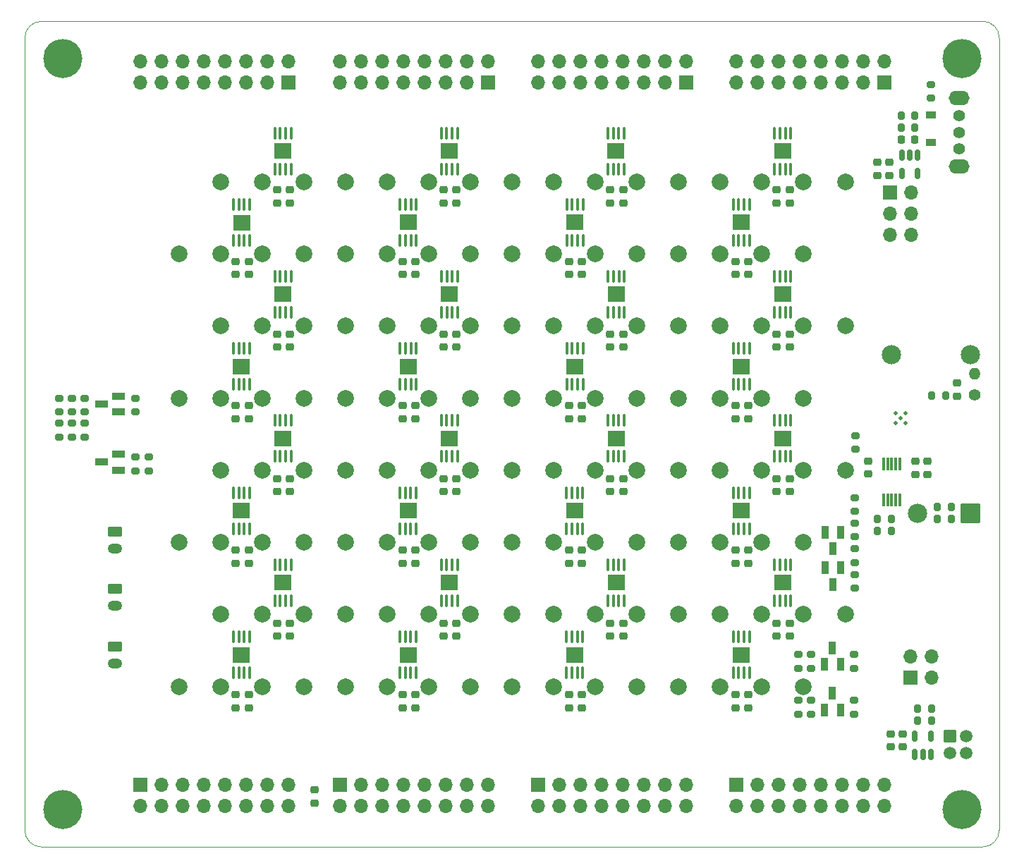
<source format=gts>
G04 #@! TF.GenerationSoftware,KiCad,Pcbnew,(6.0.11)*
G04 #@! TF.CreationDate,2024-04-02T21:51:25-04:00*
G04 #@! TF.ProjectId,Ultrasonic Sound Steering - Driver Rev. C,556c7472-6173-46f6-9e69-6320536f756e,rev?*
G04 #@! TF.SameCoordinates,Original*
G04 #@! TF.FileFunction,Soldermask,Top*
G04 #@! TF.FilePolarity,Negative*
%FSLAX46Y46*%
G04 Gerber Fmt 4.6, Leading zero omitted, Abs format (unit mm)*
G04 Created by KiCad (PCBNEW (6.0.11)) date 2024-04-02 21:51:25*
%MOMM*%
%LPD*%
G01*
G04 APERTURE LIST*
G04 Aperture macros list*
%AMRoundRect*
0 Rectangle with rounded corners*
0 $1 Rounding radius*
0 $2 $3 $4 $5 $6 $7 $8 $9 X,Y pos of 4 corners*
0 Add a 4 corners polygon primitive as box body*
4,1,4,$2,$3,$4,$5,$6,$7,$8,$9,$2,$3,0*
0 Add four circle primitives for the rounded corners*
1,1,$1+$1,$2,$3*
1,1,$1+$1,$4,$5*
1,1,$1+$1,$6,$7*
1,1,$1+$1,$8,$9*
0 Add four rect primitives between the rounded corners*
20,1,$1+$1,$2,$3,$4,$5,0*
20,1,$1+$1,$4,$5,$6,$7,0*
20,1,$1+$1,$6,$7,$8,$9,0*
20,1,$1+$1,$8,$9,$2,$3,0*%
G04 Aperture macros list end*
G04 #@! TA.AperFunction,Profile*
%ADD10C,0.100000*%
G04 #@! TD*
%ADD11RoundRect,0.100000X-0.100000X0.625000X-0.100000X-0.625000X0.100000X-0.625000X0.100000X0.625000X0*%
%ADD12R,2.150000X1.950000*%
%ADD13RoundRect,0.225000X-0.250000X0.225000X-0.250000X-0.225000X0.250000X-0.225000X0.250000X0.225000X0*%
%ADD14RoundRect,0.225000X0.250000X-0.225000X0.250000X0.225000X-0.250000X0.225000X-0.250000X-0.225000X0*%
%ADD15R,1.700000X1.700000*%
%ADD16O,1.700000X1.700000*%
%ADD17RoundRect,0.200000X0.200000X0.275000X-0.200000X0.275000X-0.200000X-0.275000X0.200000X-0.275000X0*%
%ADD18RoundRect,0.200000X-0.275000X0.200000X-0.275000X-0.200000X0.275000X-0.200000X0.275000X0.200000X0*%
%ADD19R,1.600200X0.863600*%
%ADD20RoundRect,0.200000X0.275000X-0.200000X0.275000X0.200000X-0.275000X0.200000X-0.275000X-0.200000X0*%
%ADD21R,0.863600X1.600200*%
%ADD22C,4.700000*%
%ADD23RoundRect,0.250000X-0.625000X0.350000X-0.625000X-0.350000X0.625000X-0.350000X0.625000X0.350000X0*%
%ADD24O,1.750000X1.200000*%
%ADD25RoundRect,0.200000X-0.200000X-0.275000X0.200000X-0.275000X0.200000X0.275000X-0.200000X0.275000X0*%
%ADD26C,1.400000*%
%ADD27O,2.500000X1.724000*%
%ADD28R,1.200000X0.900000*%
%ADD29RoundRect,0.150000X0.150000X-0.512500X0.150000X0.512500X-0.150000X0.512500X-0.150000X-0.512500X0*%
%ADD30RoundRect,0.150000X-0.150000X0.512500X-0.150000X-0.512500X0.150000X-0.512500X0.150000X0.512500X0*%
%ADD31R,0.330200X1.524000*%
%ADD32RoundRect,0.225000X0.225000X0.250000X-0.225000X0.250000X-0.225000X-0.250000X0.225000X-0.250000X0*%
%ADD33C,2.004000*%
%ADD34RoundRect,0.102000X-0.654000X0.654000X-0.654000X-0.654000X0.654000X-0.654000X0.654000X0.654000X0*%
%ADD35C,1.512000*%
%ADD36RoundRect,0.102000X1.050000X-1.050000X1.050000X1.050000X-1.050000X1.050000X-1.050000X-1.050000X0*%
%ADD37C,2.304000*%
%ADD38C,0.499999*%
%ADD39O,1.400000X1.400000*%
G04 APERTURE END LIST*
D10*
X312719114Y-47450000D02*
X312714900Y-142595786D01*
X312719100Y-47450000D02*
G75*
G03*
X310719114Y-45450000I-2000000J0D01*
G01*
X195723314Y-142595786D02*
G75*
G03*
X197723328Y-144595786I1999986J-14D01*
G01*
X195723328Y-142595786D02*
X195723328Y-47454213D01*
X197723328Y-45454213D02*
X310719114Y-45450000D01*
X310714900Y-144595786D02*
X197723328Y-144595786D01*
X310714900Y-144595800D02*
G75*
G03*
X312714900Y-142595786I0J2000000D01*
G01*
X197723328Y-45454228D02*
G75*
G03*
X195723328Y-47454213I-28J-1999972D01*
G01*
D11*
X287675000Y-58900000D03*
X287025000Y-58900000D03*
X286375000Y-58900000D03*
X285725000Y-58900000D03*
X285725000Y-63200000D03*
X286375000Y-63200000D03*
X287025000Y-63200000D03*
X287675000Y-63200000D03*
D12*
X286700000Y-61050000D03*
D13*
X221050000Y-74275000D03*
X221050000Y-75825000D03*
X282600000Y-126325000D03*
X282600000Y-127875000D03*
D14*
X302620000Y-99845000D03*
X302620000Y-98295000D03*
D13*
X222600000Y-91625000D03*
X222600000Y-93175000D03*
D15*
X302090000Y-124255000D03*
D16*
X302090000Y-121715000D03*
X304630000Y-124255000D03*
X304630000Y-121715000D03*
D17*
X304570000Y-129455000D03*
X302920000Y-129455000D03*
D13*
X262600000Y-126325000D03*
X262600000Y-127875000D03*
D18*
X295330000Y-111880000D03*
X295330000Y-113530000D03*
D13*
X286000000Y-65700000D03*
X286000000Y-67250000D03*
X227550000Y-100400000D03*
X227550000Y-101950000D03*
D19*
X206954834Y-99350000D03*
X206954834Y-97449998D03*
X204943834Y-98399999D03*
D13*
X281050000Y-74275000D03*
X281050000Y-75825000D03*
X242600000Y-108975000D03*
X242600000Y-110525000D03*
D11*
X262712020Y-102074487D03*
X262062020Y-102074487D03*
X261412020Y-102074487D03*
X260762020Y-102074487D03*
X260762020Y-106374487D03*
X261412020Y-106374487D03*
X262062020Y-106374487D03*
X262712020Y-106374487D03*
D12*
X261737020Y-104224487D03*
D13*
X247550000Y-100400000D03*
X247550000Y-101950000D03*
D19*
X206955250Y-92350252D03*
X206955250Y-90450250D03*
X204944250Y-91400251D03*
D17*
X306255000Y-90410000D03*
X304605000Y-90410000D03*
D20*
X290090000Y-128650000D03*
X290090000Y-127000000D03*
D13*
X262600000Y-91625000D03*
X262600000Y-93175000D03*
X267550000Y-83050000D03*
X267550000Y-84600000D03*
X282600000Y-91625000D03*
X282600000Y-93175000D03*
D11*
X247677020Y-93391028D03*
X247027020Y-93391028D03*
X246377020Y-93391028D03*
X245727020Y-93391028D03*
X245727020Y-97691028D03*
X246377020Y-97691028D03*
X247027020Y-97691028D03*
X247677020Y-97691028D03*
D12*
X246702020Y-95541028D03*
D11*
X242712020Y-119394995D03*
X242062020Y-119394995D03*
X241412020Y-119394995D03*
X240762020Y-119394995D03*
X240762020Y-123694995D03*
X241412020Y-123694995D03*
X242062020Y-123694995D03*
X242712020Y-123694995D03*
D12*
X241737020Y-121544995D03*
D21*
X291740000Y-122695500D03*
X293640002Y-122695500D03*
X292690001Y-120684500D03*
D14*
X307640000Y-90445000D03*
X307640000Y-88895000D03*
D22*
X200250114Y-140100000D03*
D18*
X202932832Y-90713004D03*
X202932832Y-92363004D03*
D14*
X299550000Y-63965000D03*
X299550000Y-62415000D03*
D21*
X293680001Y-106796000D03*
X291779999Y-106796000D03*
X292730000Y-108807000D03*
D13*
X296975000Y-98275000D03*
X296975000Y-99825000D03*
X226000000Y-83050000D03*
X226000000Y-84600000D03*
X287550000Y-83050000D03*
X287550000Y-84600000D03*
D11*
X242730000Y-67449459D03*
X242080000Y-67449459D03*
X241430000Y-67449459D03*
X240780000Y-67449459D03*
X240780000Y-71749459D03*
X241430000Y-71749459D03*
X242080000Y-71749459D03*
X242730000Y-71749459D03*
D12*
X241755000Y-69599459D03*
D13*
X299650000Y-131055000D03*
X299650000Y-132605000D03*
D11*
X262712020Y-119394995D03*
X262062020Y-119394995D03*
X261412020Y-119394995D03*
X260762020Y-119394995D03*
X260762020Y-123694995D03*
X261412020Y-123694995D03*
X262062020Y-123694995D03*
X262712020Y-123694995D03*
D12*
X261737020Y-121544995D03*
D13*
X226000000Y-65700000D03*
X226000000Y-67250000D03*
X222600000Y-108975000D03*
X222600000Y-110525000D03*
X226000000Y-117750000D03*
X226000000Y-119300000D03*
X221050000Y-126325000D03*
X221050000Y-127875000D03*
X261050000Y-91625000D03*
X261050000Y-93175000D03*
D23*
X206560000Y-113635000D03*
D24*
X206560000Y-115635000D03*
D13*
X241050000Y-126325000D03*
X241050000Y-127875000D03*
D25*
X298085000Y-105210000D03*
X299735000Y-105210000D03*
D13*
X266000000Y-117750000D03*
X266000000Y-119300000D03*
D18*
X304480000Y-53030000D03*
X304480000Y-54680000D03*
D13*
X286000000Y-83050000D03*
X286000000Y-84600000D03*
D26*
X307920000Y-56790000D03*
X307920000Y-58790000D03*
X307920000Y-60790000D03*
D27*
X307920000Y-62890000D03*
X307920000Y-54690000D03*
D22*
X308250089Y-49950000D03*
D15*
X227405000Y-52840000D03*
D16*
X227405000Y-50300000D03*
X224865000Y-52840000D03*
X224865000Y-50300000D03*
X222325000Y-52840000D03*
X222325000Y-50300000D03*
X219785000Y-52840000D03*
X219785000Y-50300000D03*
X217245000Y-52840000D03*
X217245000Y-50300000D03*
X214705000Y-52840000D03*
X214705000Y-50300000D03*
X212165000Y-52840000D03*
X212165000Y-50300000D03*
X209625000Y-52840000D03*
X209625000Y-50300000D03*
D20*
X208999750Y-92375251D03*
X208999750Y-90725251D03*
D11*
X247675000Y-58900000D03*
X247025000Y-58900000D03*
X246375000Y-58900000D03*
X245725000Y-58900000D03*
X245725000Y-63200000D03*
X246375000Y-63200000D03*
X247025000Y-63200000D03*
X247675000Y-63200000D03*
D12*
X246700000Y-61050000D03*
D15*
X299590000Y-66000000D03*
D16*
X302130000Y-66000000D03*
X299590000Y-68540000D03*
X302130000Y-68540000D03*
X299590000Y-71080000D03*
X302130000Y-71080000D03*
D13*
X261050000Y-108975000D03*
X261050000Y-110525000D03*
D23*
X206560000Y-120540000D03*
D24*
X206560000Y-122540000D03*
D11*
X267675000Y-58900000D03*
X267025000Y-58900000D03*
X266375000Y-58900000D03*
X265725000Y-58900000D03*
X265725000Y-63200000D03*
X266375000Y-63200000D03*
X267025000Y-63200000D03*
X267675000Y-63200000D03*
D12*
X266700000Y-61050000D03*
D13*
X266000000Y-65700000D03*
X266000000Y-67250000D03*
X281050000Y-108975000D03*
X281050000Y-110525000D03*
D11*
X282730000Y-84756508D03*
X282080000Y-84756508D03*
X281430000Y-84756508D03*
X280780000Y-84756508D03*
X280780000Y-89056508D03*
X281430000Y-89056508D03*
X282080000Y-89056508D03*
X282730000Y-89056508D03*
D12*
X281755000Y-86906508D03*
D13*
X246000000Y-65700000D03*
X246000000Y-67250000D03*
D11*
X247693274Y-76070681D03*
X247043274Y-76070681D03*
X246393274Y-76070681D03*
X245743274Y-76070681D03*
X245743274Y-80370681D03*
X246393274Y-80370681D03*
X247043274Y-80370681D03*
X247693274Y-80370681D03*
D12*
X246718274Y-78220681D03*
D13*
X261050000Y-74275000D03*
X261050000Y-75825000D03*
X287550000Y-100400000D03*
X287550000Y-101950000D03*
D15*
X298905000Y-52840000D03*
D16*
X298905000Y-50300000D03*
X296365000Y-52840000D03*
X296365000Y-50300000D03*
X293825000Y-52840000D03*
X293825000Y-50300000D03*
X291285000Y-52840000D03*
X291285000Y-50300000D03*
X288745000Y-52840000D03*
X288745000Y-50300000D03*
X286205000Y-52840000D03*
X286205000Y-50300000D03*
X283665000Y-52840000D03*
X283665000Y-50300000D03*
X281125000Y-52840000D03*
X281125000Y-50300000D03*
D11*
X247677020Y-110711536D03*
X247027020Y-110711536D03*
X246377020Y-110711536D03*
X245727020Y-110711536D03*
X245727020Y-115011536D03*
X246377020Y-115011536D03*
X247027020Y-115011536D03*
X247677020Y-115011536D03*
D12*
X246702020Y-112861536D03*
D13*
X266000000Y-100400000D03*
X266000000Y-101950000D03*
D18*
X199880000Y-93730000D03*
X199880000Y-95380000D03*
D15*
X233517500Y-137160000D03*
D16*
X233517500Y-139700000D03*
X236057500Y-137160000D03*
X236057500Y-139700000D03*
X238597500Y-137160000D03*
X238597500Y-139700000D03*
X241137500Y-137160000D03*
X241137500Y-139700000D03*
X243677500Y-137160000D03*
X243677500Y-139700000D03*
X246217500Y-137160000D03*
X246217500Y-139700000D03*
X248757500Y-137160000D03*
X248757500Y-139700000D03*
X251297500Y-137160000D03*
X251297500Y-139700000D03*
D13*
X301110000Y-131055000D03*
X301110000Y-132605000D03*
D28*
X304512500Y-60007500D03*
X304512500Y-56707500D03*
D14*
X304080000Y-99845000D03*
X304080000Y-98295000D03*
D13*
X242600000Y-74275000D03*
X242600000Y-75825000D03*
D11*
X242712020Y-102074487D03*
X242062020Y-102074487D03*
X241412020Y-102074487D03*
X240762020Y-102074487D03*
X240762020Y-106374487D03*
X241412020Y-106374487D03*
X242062020Y-106374487D03*
X242712020Y-106374487D03*
D12*
X241737020Y-104224487D03*
D15*
X281125000Y-137160000D03*
D16*
X281125000Y-139700000D03*
X283665000Y-137160000D03*
X283665000Y-139700000D03*
X286205000Y-137160000D03*
X286205000Y-139700000D03*
X288745000Y-137160000D03*
X288745000Y-139700000D03*
X291285000Y-137160000D03*
X291285000Y-139700000D03*
X293825000Y-137160000D03*
X293825000Y-139700000D03*
X296365000Y-137160000D03*
X296365000Y-139700000D03*
X298905000Y-137160000D03*
X298905000Y-139700000D03*
D11*
X267677020Y-110711536D03*
X267027020Y-110711536D03*
X266377020Y-110711536D03*
X265727020Y-110711536D03*
X265727020Y-115011536D03*
X266377020Y-115011536D03*
X267027020Y-115011536D03*
X267677020Y-115011536D03*
D12*
X266702020Y-112861536D03*
D13*
X267550000Y-100400000D03*
X267550000Y-101950000D03*
D18*
X201410000Y-93725000D03*
X201410000Y-95375000D03*
D25*
X300937500Y-56757500D03*
X302587500Y-56757500D03*
D13*
X221050000Y-91625000D03*
X221050000Y-93175000D03*
D14*
X230470000Y-139305000D03*
X230470000Y-137755000D03*
D11*
X222712020Y-84753979D03*
X222062020Y-84753979D03*
X221412020Y-84753979D03*
X220762020Y-84753979D03*
X220762020Y-89053979D03*
X221412020Y-89053979D03*
X222062020Y-89053979D03*
X222712020Y-89053979D03*
D12*
X221737020Y-86903979D03*
D20*
X295280000Y-128640000D03*
X295280000Y-126990000D03*
D18*
X288630000Y-121490500D03*
X288630000Y-123140500D03*
D13*
X227550000Y-65700000D03*
X227550000Y-67250000D03*
D20*
X290090000Y-123140500D03*
X290090000Y-121490500D03*
D13*
X242600000Y-91625000D03*
X242600000Y-93175000D03*
X261050000Y-126325000D03*
X261050000Y-127875000D03*
D29*
X302590000Y-133537500D03*
X303540000Y-133537500D03*
X304490000Y-133537500D03*
X304490000Y-131262500D03*
X302590000Y-131262500D03*
D11*
X267677020Y-93391028D03*
X267027020Y-93391028D03*
X266377020Y-93391028D03*
X265727020Y-93391028D03*
X265727020Y-97691028D03*
X266377020Y-97691028D03*
X267027020Y-97691028D03*
X267677020Y-97691028D03*
D12*
X266702020Y-95541028D03*
D11*
X287677020Y-93391028D03*
X287027020Y-93391028D03*
X286377020Y-93391028D03*
X285727020Y-93391028D03*
X285727020Y-97691028D03*
X286377020Y-97691028D03*
X287027020Y-97691028D03*
X287677020Y-97691028D03*
D12*
X286702020Y-95541028D03*
D11*
X227677020Y-110711536D03*
X227027020Y-110711536D03*
X226377020Y-110711536D03*
X225727020Y-110711536D03*
X225727020Y-115011536D03*
X226377020Y-115011536D03*
X227027020Y-115011536D03*
X227677020Y-115011536D03*
D12*
X226702020Y-112861536D03*
D18*
X210577750Y-97774999D03*
X210577750Y-99424999D03*
X201410000Y-90705000D03*
X201410000Y-92355000D03*
D11*
X222730000Y-67466000D03*
X222080000Y-67466000D03*
X221430000Y-67466000D03*
X220780000Y-67466000D03*
X220780000Y-71766000D03*
X221430000Y-71766000D03*
X222080000Y-71766000D03*
X222730000Y-71766000D03*
D12*
X221755000Y-69616000D03*
D13*
X286000000Y-100400000D03*
X286000000Y-101950000D03*
D25*
X300940000Y-58217500D03*
X302590000Y-58217500D03*
D30*
X302917500Y-61487500D03*
X301967500Y-61487500D03*
X301017500Y-61487500D03*
X301017500Y-63762500D03*
X302917500Y-63762500D03*
D21*
X293680001Y-111074500D03*
X291779999Y-111074500D03*
X292730000Y-113085500D03*
D13*
X262600000Y-74275000D03*
X262600000Y-75825000D03*
D11*
X287695000Y-76073049D03*
X287045000Y-76073049D03*
X286395000Y-76073049D03*
X285745000Y-76073049D03*
X285745000Y-80373049D03*
X286395000Y-80373049D03*
X287045000Y-80373049D03*
X287695000Y-80373049D03*
D12*
X286720000Y-78223049D03*
D13*
X222600000Y-74275000D03*
X222600000Y-75825000D03*
D11*
X227677020Y-76070520D03*
X227027020Y-76070520D03*
X226377020Y-76070520D03*
X225727020Y-76070520D03*
X225727020Y-80370520D03*
X226377020Y-80370520D03*
X227027020Y-80370520D03*
X227677020Y-80370520D03*
D12*
X226702020Y-78220520D03*
D13*
X267550000Y-65700000D03*
X267550000Y-67250000D03*
X227550000Y-117750000D03*
X227550000Y-119300000D03*
X281050000Y-91625000D03*
X281050000Y-93175000D03*
D11*
X262728274Y-84754140D03*
X262078274Y-84754140D03*
X261428274Y-84754140D03*
X260778274Y-84754140D03*
X260778274Y-89054140D03*
X261428274Y-89054140D03*
X262078274Y-89054140D03*
X262728274Y-89054140D03*
D12*
X261753274Y-86904140D03*
D11*
X282730000Y-67449459D03*
X282080000Y-67449459D03*
X281430000Y-67449459D03*
X280780000Y-67449459D03*
X280780000Y-71749459D03*
X281430000Y-71749459D03*
X282080000Y-71749459D03*
X282730000Y-71749459D03*
D12*
X281755000Y-69599459D03*
D13*
X227550000Y-83050000D03*
X227550000Y-84600000D03*
D20*
X295330000Y-110426500D03*
X295330000Y-108776500D03*
D11*
X222712020Y-119394995D03*
X222062020Y-119394995D03*
X221412020Y-119394995D03*
X220762020Y-119394995D03*
X220762020Y-123694995D03*
X221412020Y-123694995D03*
X222062020Y-123694995D03*
X222712020Y-123694995D03*
D12*
X221737020Y-121544995D03*
D13*
X282600000Y-108975000D03*
X282600000Y-110525000D03*
D18*
X288620000Y-127000000D03*
X288620000Y-128650000D03*
D13*
X281050000Y-126325000D03*
X281050000Y-127875000D03*
X287550000Y-65700000D03*
X287550000Y-67250000D03*
D31*
X300800001Y-98628300D03*
X300299999Y-98628300D03*
X299800000Y-98628300D03*
X299300001Y-98628300D03*
X298799999Y-98628300D03*
X298799999Y-102971700D03*
X299300001Y-102971700D03*
X299800000Y-102971700D03*
X300299999Y-102971700D03*
X300800001Y-102971700D03*
D13*
X247550000Y-65700000D03*
X247550000Y-67250000D03*
D11*
X287677020Y-110711536D03*
X287027020Y-110711536D03*
X286377020Y-110711536D03*
X285727020Y-110711536D03*
X285727020Y-115011536D03*
X286377020Y-115011536D03*
X287027020Y-115011536D03*
X287677020Y-115011536D03*
D12*
X286702020Y-112861536D03*
D13*
X266000000Y-83050000D03*
X266000000Y-84600000D03*
D14*
X298090000Y-63965000D03*
X298090000Y-62415000D03*
D11*
X227675000Y-58900000D03*
X227025000Y-58900000D03*
X226375000Y-58900000D03*
X225725000Y-58900000D03*
X225725000Y-63200000D03*
X226375000Y-63200000D03*
X227025000Y-63200000D03*
X227675000Y-63200000D03*
D12*
X226700000Y-61050000D03*
D13*
X246000000Y-117750000D03*
X246000000Y-119300000D03*
D17*
X306935000Y-103752000D03*
X305285000Y-103752000D03*
D18*
X295330000Y-102645000D03*
X295330000Y-104295000D03*
X295460000Y-95210000D03*
X295460000Y-96860000D03*
D13*
X221050000Y-108975000D03*
X221050000Y-110525000D03*
X241050000Y-108975000D03*
X241050000Y-110525000D03*
X247550000Y-117750000D03*
X247550000Y-119300000D03*
D22*
X308250072Y-140100000D03*
D15*
X251297500Y-52840000D03*
D16*
X251297500Y-50300000D03*
X248757500Y-52840000D03*
X248757500Y-50300000D03*
X246217500Y-52840000D03*
X246217500Y-50300000D03*
X243677500Y-52840000D03*
X243677500Y-50300000D03*
X241137500Y-52840000D03*
X241137500Y-50300000D03*
X238597500Y-52840000D03*
X238597500Y-50300000D03*
X236057500Y-52840000D03*
X236057500Y-50300000D03*
X233517500Y-52840000D03*
X233517500Y-50300000D03*
D13*
X262600000Y-108975000D03*
X262600000Y-110525000D03*
X241050000Y-91625000D03*
X241050000Y-93175000D03*
D11*
X227677020Y-93391028D03*
X227027020Y-93391028D03*
X226377020Y-93391028D03*
X225727020Y-93391028D03*
X225727020Y-97691028D03*
X226377020Y-97691028D03*
X227027020Y-97691028D03*
X227677020Y-97691028D03*
D12*
X226702020Y-95541028D03*
D21*
X291729999Y-128180500D03*
X293630001Y-128180500D03*
X292680000Y-126169500D03*
D22*
X200250077Y-49950000D03*
D13*
X246000000Y-100400000D03*
X246000000Y-101950000D03*
X282600000Y-74275000D03*
X282600000Y-75825000D03*
D18*
X208972250Y-97774999D03*
X208972250Y-99424999D03*
D20*
X199882832Y-92363004D03*
X199882832Y-90713004D03*
D11*
X282712020Y-119394995D03*
X282062020Y-119394995D03*
X281412020Y-119394995D03*
X280762020Y-119394995D03*
X280762020Y-123694995D03*
X281412020Y-123694995D03*
X282062020Y-123694995D03*
X282712020Y-123694995D03*
D12*
X281737020Y-121544995D03*
D17*
X306935000Y-105209500D03*
X305285000Y-105209500D03*
D15*
X275120000Y-52840000D03*
D16*
X275120000Y-50300000D03*
X272580000Y-52840000D03*
X272580000Y-50300000D03*
X270040000Y-52840000D03*
X270040000Y-50300000D03*
X267500000Y-52840000D03*
X267500000Y-50300000D03*
X264960000Y-52840000D03*
X264960000Y-50300000D03*
X262420000Y-52840000D03*
X262420000Y-50300000D03*
X259880000Y-52840000D03*
X259880000Y-50300000D03*
X257340000Y-52840000D03*
X257340000Y-50300000D03*
D13*
X241050000Y-74275000D03*
X241050000Y-75825000D03*
X286000000Y-117750000D03*
X286000000Y-119300000D03*
D15*
X209625000Y-137160000D03*
D16*
X209625000Y-139700000D03*
X212165000Y-137160000D03*
X212165000Y-139700000D03*
X214705000Y-137160000D03*
X214705000Y-139700000D03*
X217245000Y-137160000D03*
X217245000Y-139700000D03*
X219785000Y-137160000D03*
X219785000Y-139700000D03*
X222325000Y-137160000D03*
X222325000Y-139700000D03*
X224865000Y-137160000D03*
X224865000Y-139700000D03*
X227405000Y-137160000D03*
X227405000Y-139700000D03*
D25*
X298085000Y-106670000D03*
X299735000Y-106670000D03*
D13*
X287550000Y-117750000D03*
X287550000Y-119300000D03*
D15*
X257340000Y-137160000D03*
D16*
X257340000Y-139700000D03*
X259880000Y-137160000D03*
X259880000Y-139700000D03*
X262420000Y-137160000D03*
X262420000Y-139700000D03*
X264960000Y-137160000D03*
X264960000Y-139700000D03*
X267500000Y-137160000D03*
X267500000Y-139700000D03*
X270040000Y-137160000D03*
X270040000Y-139700000D03*
X272580000Y-137160000D03*
X272580000Y-139700000D03*
X275120000Y-137160000D03*
X275120000Y-139700000D03*
D13*
X246000000Y-83050000D03*
X246000000Y-84600000D03*
D18*
X202940000Y-93735000D03*
X202940000Y-95385000D03*
D11*
X242728274Y-84754140D03*
X242078274Y-84754140D03*
X241428274Y-84754140D03*
X240778274Y-84754140D03*
X240778274Y-89054140D03*
X241428274Y-89054140D03*
X242078274Y-89054140D03*
X242728274Y-89054140D03*
D12*
X241753274Y-86904140D03*
D11*
X222712020Y-102074487D03*
X222062020Y-102074487D03*
X221412020Y-102074487D03*
X220762020Y-102074487D03*
X220762020Y-106374487D03*
X221412020Y-106374487D03*
X222062020Y-106374487D03*
X222712020Y-106374487D03*
D12*
X221737020Y-104224487D03*
D23*
X206560000Y-106735000D03*
D24*
X206560000Y-108735000D03*
D11*
X262730000Y-67449459D03*
X262080000Y-67449459D03*
X261430000Y-67449459D03*
X260780000Y-67449459D03*
X260780000Y-71749459D03*
X261430000Y-71749459D03*
X262080000Y-71749459D03*
X262730000Y-71749459D03*
D12*
X261755000Y-69599459D03*
D13*
X242600000Y-126325000D03*
X242600000Y-127875000D03*
D11*
X267693274Y-76070681D03*
X267043274Y-76070681D03*
X266393274Y-76070681D03*
X265743274Y-76070681D03*
X265743274Y-80370681D03*
X266393274Y-80370681D03*
X267043274Y-80370681D03*
X267693274Y-80370681D03*
D12*
X266718274Y-78220681D03*
D13*
X267550000Y-117750000D03*
X267550000Y-119300000D03*
D11*
X282712020Y-102074487D03*
X282062020Y-102074487D03*
X281412020Y-102074487D03*
X280762020Y-102074487D03*
X280762020Y-106374487D03*
X281412020Y-106374487D03*
X282062020Y-106374487D03*
X282712020Y-106374487D03*
D12*
X281737020Y-104224487D03*
D25*
X302920000Y-127990000D03*
X304570000Y-127990000D03*
D13*
X226000000Y-100400000D03*
X226000000Y-101950000D03*
X222600000Y-126325000D03*
X222600000Y-127875000D03*
D32*
X302537500Y-59675000D03*
X300987500Y-59675000D03*
D13*
X247550000Y-83050000D03*
X247550000Y-84600000D03*
D20*
X295300001Y-123149500D03*
X295300001Y-121499500D03*
D18*
X295330000Y-105705000D03*
X295330000Y-107355000D03*
D33*
X239220000Y-90702549D03*
X234220000Y-90702549D03*
X289220000Y-82042295D03*
X294220000Y-82042295D03*
X269220000Y-99354721D03*
X274220000Y-99354721D03*
X279220000Y-125335483D03*
X274220000Y-125335483D03*
X284220000Y-99354721D03*
X279220000Y-99354721D03*
X284220000Y-73382041D03*
X289220000Y-73382041D03*
D34*
X306775000Y-131320000D03*
D35*
X306775000Y-133320000D03*
X308775000Y-131320000D03*
X308775000Y-133320000D03*
D33*
X229220000Y-99354721D03*
X234220000Y-99354721D03*
X264220000Y-73382041D03*
X269220000Y-73382041D03*
X249220000Y-99354721D03*
X254220000Y-99354721D03*
D36*
X309260000Y-104530000D03*
D37*
X302920000Y-104530000D03*
X299740000Y-85470000D03*
X309260000Y-85470000D03*
D33*
X239220000Y-125335483D03*
X234220000Y-125335483D03*
X229220000Y-82042295D03*
X234220000Y-82042295D03*
X264220000Y-82042295D03*
X259220000Y-82042295D03*
X284220000Y-108014975D03*
X289220000Y-108014975D03*
X264220000Y-90702549D03*
X269220000Y-90702549D03*
X269220000Y-82042295D03*
X274220000Y-82042295D03*
X224220000Y-125335483D03*
X229220000Y-125335483D03*
X229220000Y-64721787D03*
X234220000Y-64721787D03*
X279220000Y-108014975D03*
X274220000Y-108014975D03*
X284210000Y-125328500D03*
X289210000Y-125328500D03*
X279220000Y-73382041D03*
X274220000Y-73382041D03*
X229220000Y-116675229D03*
X234220000Y-116675229D03*
X249220000Y-82042295D03*
X254220000Y-82042295D03*
X244220000Y-108014975D03*
X249220000Y-108014975D03*
X239220000Y-73382041D03*
X234220000Y-73382041D03*
X244220000Y-116675229D03*
X239220000Y-116675229D03*
X264220000Y-125335483D03*
X269220000Y-125335483D03*
X259220000Y-73382041D03*
X254220000Y-73382041D03*
X249220000Y-116675229D03*
X254220000Y-116675229D03*
X284220000Y-64721787D03*
X279220000Y-64721787D03*
X219220000Y-90702549D03*
X214220000Y-90702549D03*
D38*
X301424998Y-92500001D03*
X300245001Y-92500001D03*
X300245001Y-93679999D03*
X301424998Y-93679999D03*
X300835000Y-93090000D03*
D33*
X259220000Y-108014975D03*
X254220000Y-108014975D03*
X224220000Y-108014975D03*
X229220000Y-108014975D03*
X284220000Y-90702549D03*
X289220000Y-90702549D03*
X264220000Y-64721787D03*
X259220000Y-64721787D03*
X289220000Y-64721787D03*
X294220000Y-64721787D03*
X244220000Y-99354721D03*
X239220000Y-99354721D03*
X264220000Y-116675229D03*
X259220000Y-116675229D03*
X259220000Y-90702549D03*
X254220000Y-90702549D03*
X239220000Y-108014975D03*
X234220000Y-108014975D03*
X289220000Y-99354721D03*
X294220000Y-99354721D03*
X284220000Y-116675229D03*
X279220000Y-116675229D03*
X219220000Y-108014975D03*
X214220000Y-108014975D03*
X244220000Y-125335483D03*
X249220000Y-125335483D03*
X219220000Y-73382041D03*
X214220000Y-73382041D03*
X269220000Y-64721787D03*
X274220000Y-64721787D03*
X224220000Y-82042295D03*
X219220000Y-82042295D03*
X224220000Y-99354721D03*
X219220000Y-99354721D03*
X279220000Y-90702549D03*
X274220000Y-90702549D03*
X289220000Y-116675229D03*
X294220000Y-116675229D03*
X224220000Y-90702549D03*
X229220000Y-90702549D03*
X264220000Y-108014975D03*
X269220000Y-108014975D03*
X244220000Y-73382041D03*
X249220000Y-73382041D03*
X244220000Y-90702549D03*
X249220000Y-90702549D03*
X264220000Y-99354721D03*
X259220000Y-99354721D03*
X219220000Y-125335483D03*
X214220000Y-125335483D03*
D26*
X309740000Y-90350000D03*
D39*
X309740000Y-87810000D03*
D33*
X269220000Y-116675229D03*
X274220000Y-116675229D03*
X244220000Y-64721787D03*
X239220000Y-64721787D03*
X224220000Y-73382041D03*
X229220000Y-73382041D03*
X284220000Y-82042295D03*
X279220000Y-82042295D03*
X259220000Y-125335483D03*
X254220000Y-125335483D03*
X249220000Y-64721787D03*
X254220000Y-64721787D03*
X244220000Y-82042295D03*
X239220000Y-82042295D03*
X224220000Y-64721787D03*
X219220000Y-64721787D03*
X224220000Y-116675229D03*
X219220000Y-116675229D03*
M02*

</source>
